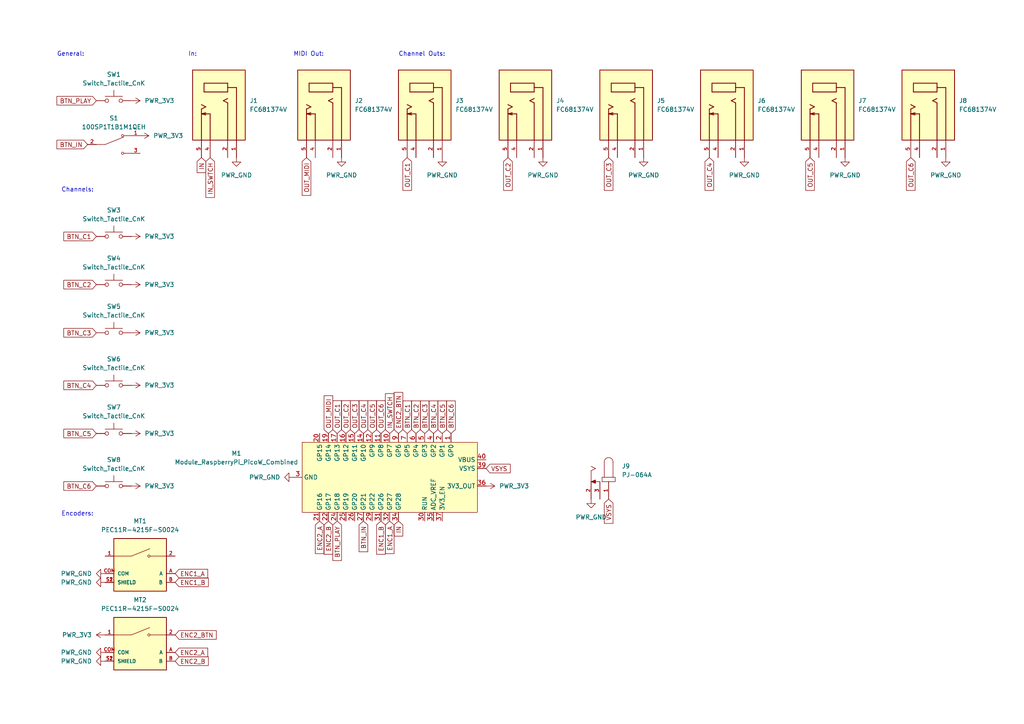
<source format=kicad_sch>
(kicad_sch (version 20230121) (generator eeschema)
  (paper "A4")
  (lib_symbols
    (symbol "100SP1T1B1M1QEH:100SP1T1B1M1QEH" (pin_names (offset 1.016))
      (property "Reference" "S" (at -2.54 5.08 0))
      (property "Value" "100SP1T1B1M1QEH" (at -2.54 -5.08 0))
      (symbol "100SP1T1B1M1QEH_0_0"
        (polyline (pts (xy -2.54 0) (xy -5.08 0)) (stroke (width 0.1524)))
        (polyline (pts (xy -2.54 0) (xy 2.794 2.1336)) (stroke (width 0.1524)))
        (polyline (pts (xy 5.08 -2.54) (xy 2.921 -2.54)) (stroke (width 0.1524)))
        (polyline (pts (xy 5.08 2.54) (xy 2.921 2.54)) (stroke (width 0.1524)))
        (circle (center 2.54 -2.54) (radius 0.3302) (stroke (width 0.1524)))
        (circle (center 2.54 2.54) (radius 0.3302) (stroke (width 0.1524)))
        (pin passive line (at 7.62 2.54 180) (length 2.54) (name "~") (number "1"))
        (pin passive line (at -7.62 0 0) (length 2.54) (name "~") (number "2"))
        (pin passive line (at 7.62 -2.54 180) (length 2.54) (name "~") (number "3"))
      )
    )
    (symbol "FC681374V:FC681374V" (pin_names (offset 1.016))
      (property "Reference" "J" (at -10.16 8.255 0))
      (property "Value" "FC681374V" (at -10.16 -10.16 0))
      (symbol "FC681374V_0_0"
        (rectangle (start -10.16 -7.62) (end 10.16 7.62) (stroke (width 0.254)) (fill (type background)))
        (polyline (pts (xy -6.35 -4.318) (xy -3.81 -4.318)) (stroke (width 0.254)))
        (polyline (pts (xy -6.35 2.54) (xy -6.35 -4.318)) (stroke (width 0.254)))
        (polyline (pts (xy -5.08 2.54) (xy -6.35 2.54)) (stroke (width 0.254)))
        (polyline (pts (xy -5.08 2.54) (xy -5.08 5.08)) (stroke (width 0.254)))
        (polyline (pts (xy -5.08 5.08) (xy 10.16 5.08)) (stroke (width 0.254)))
        (polyline (pts (xy -3.81 -4.318) (xy -3.81 2.54)) (stroke (width 0.254)))
        (polyline (pts (xy -3.81 2.54) (xy -5.08 2.54)) (stroke (width 0.254)))
        (polyline (pts (xy -1.905 2.54) (xy -1.27 1.27)) (stroke (width 0.254)))
        (polyline (pts (xy -1.27 1.27) (xy -0.635 2.54)) (stroke (width 0.254)))
        (polyline (pts (xy -0.635 2.54) (xy 10.16 2.54)) (stroke (width 0.254)))
        (polyline (pts (xy -0.127 -5.08) (xy 0.508 -3.81)) (stroke (width 0.254)))
        (polyline (pts (xy 0.508 -3.81) (xy 1.143 -5.08)) (stroke (width 0.254)))
        (polyline (pts (xy 1.143 -5.08) (xy 2.54 -5.08)) (stroke (width 0.254)))
        (polyline (pts (xy 2.54 -5.08) (xy 2.2225 -3.81)) (stroke (width 0.254)))
        (polyline (pts (xy 2.54 -5.08) (xy 2.8575 -3.81)) (stroke (width 0.254)))
        (polyline (pts (xy 2.54 -5.08) (xy 10.16 -5.08)) (stroke (width 0.254)))
        (polyline (pts (xy 2.54 -2.54) (xy 2.54 -5.08)) (stroke (width 0.254)))
        (polyline (pts (xy 2.54 -2.54) (xy 10.16 -2.54)) (stroke (width 0.254)))
        (pin passive line (at 15.24 5.08 180) (length 5.08) (name "~") (number "1"))
        (pin passive line (at 15.24 2.54 180) (length 5.08) (name "~") (number "2"))
        (pin passive line (at 15.24 -2.54 180) (length 5.08) (name "~") (number "4"))
        (pin passive line (at 15.24 -5.08 180) (length 5.08) (name "~") (number "5"))
      )
    )
    (symbol "PEC11R-4215F-S0024:PEC11R-4215F-S0024" (pin_names (offset 1.016))
      (property "Reference" "MT" (at -7.62 8.89 0))
      (property "Value" "PEC11R-4215F-S0024" (at -7.62 -8.89 0))
      (symbol "PEC11R-4215F-S0024_0_0"
        (rectangle (start -7.62 -7.62) (end 7.62 7.62) (stroke (width 0.254)) (fill (type background)))
        (polyline (pts (xy -2.54 2.54) (xy -7.62 2.54)) (stroke (width 0.1524)))
        (polyline (pts (xy -2.54 2.54) (xy 2.794 4.6736)) (stroke (width 0.1524)))
        (polyline (pts (xy 7.62 2.54) (xy 2.921 2.54)) (stroke (width 0.1524)))
        (circle (center 2.54 2.54) (radius 0.3302) (stroke (width 0.1524)))
        (pin passive line (at -10.16 2.54 0) (length 2.54) (name "~") (number "1"))
        (pin passive line (at 10.16 2.54 180) (length 2.54) (name "~") (number "2"))
        (pin passive line (at 10.16 -2.54 180) (length 2.54) (name "A") (number "A"))
        (pin passive line (at 10.16 -5.08 180) (length 2.54) (name "B") (number "B"))
        (pin passive line (at -10.16 -2.54 0) (length 2.54) (name "COM") (number "COM"))
        (pin passive line (at -10.16 -5.08 0) (length 2.54) (name "SHIELD") (number "S1"))
        (pin passive line (at -10.16 -5.08 0) (length 2.54) (name "SHIELD") (number "S2"))
      )
    )
    (symbol "PJ-064A:PJ-064A" (pin_names (offset 1.016))
      (property "Reference" "J" (at -7.6247 5.0831 0))
      (property "Value" "PJ-064A" (at -7.6292 -5.0861 0))
      (symbol "PJ-064A_0_0"
        (arc (start -5.715 3.81) (mid -6.9795 2.54) (end -5.715 1.27) (stroke (width 0.1524)))
        (polyline (pts (xy -5.715 3.81) (xy -1.27 3.81)) (stroke (width 0.1524)))
        (polyline (pts (xy -3.81 -1.27) (xy -4.445 -2.54)) (stroke (width 0.1524)))
        (polyline (pts (xy -3.175 -2.54) (xy -3.81 -1.27)) (stroke (width 0.1524)))
        (polyline (pts (xy -1.27 0.635) (xy 0 0.635)) (stroke (width 0.1524)))
        (polyline (pts (xy -1.27 1.27) (xy -5.715 1.27)) (stroke (width 0.1524)))
        (polyline (pts (xy -1.27 1.27) (xy -1.27 0.635)) (stroke (width 0.1524)))
        (polyline (pts (xy -1.27 3.81) (xy -1.27 1.27)) (stroke (width 0.1524)))
        (polyline (pts (xy -1.27 4.445) (xy -1.27 3.81)) (stroke (width 0.1524)))
        (polyline (pts (xy 0 -2.54) (xy -3.175 -2.54)) (stroke (width 0.1524)))
        (polyline (pts (xy 0 0) (xy 0 -2.54)) (stroke (width 0.1524)))
        (polyline (pts (xy 0 0.635) (xy 0 4.445)) (stroke (width 0.1524)))
        (polyline (pts (xy 0 4.445) (xy -1.27 4.445)) (stroke (width 0.1524)))
        (polyline (pts (xy 0 -2.54) (xy -0.508 -1.27) (xy 0.508 -1.27) (xy 0 -2.54)) (stroke (width 0.1524)) (fill (type outline)))
        (pin passive line (at 5.08 2.54 180) (length 5.08) (name "~") (number "1"))
        (pin passive line (at 5.08 -2.54 180) (length 5.08) (name "~") (number "2"))
        (pin passive line (at 5.08 0 180) (length 5.08) (name "~") (number "3"))
      )
    )
    (symbol "fab:Module_RaspberryPi_PicoW_Combined"
      (property "Reference" "M" (at 0 0 0))
      (property "Value" "Module_RaspberryPi_PicoW_Combined" (at 0 0 0))
      (symbol "Module_RaspberryPi_PicoW_Combined_1_1"
        (rectangle (start -10.16 25.4) (end 10.16 -25.4) (fill (type background)))
        (pin bidirectional line (at -12.7 17.78 0) (length 2.54) (name "GP0") (number "1"))
        (pin bidirectional line (at -12.7 0 0) (length 2.54) (name "GP7") (number "10"))
        (pin bidirectional line (at -12.7 -2.54 0) (length 2.54) (name "GP8") (number "11"))
        (pin bidirectional line (at -12.7 -5.08 0) (length 2.54) (name "GP9") (number "12"))
        (pin passive line (at 0 -27.94 90) (length 2.54) hide (name "GND") (number "13"))
        (pin bidirectional line (at -12.7 -7.62 0) (length 2.54) (name "GP10") (number "14"))
        (pin bidirectional line (at -12.7 -10.16 0) (length 2.54) (name "GP11") (number "15"))
        (pin bidirectional line (at -12.7 -12.7 0) (length 2.54) (name "GP12") (number "16"))
        (pin bidirectional line (at -12.7 -15.24 0) (length 2.54) (name "GP13") (number "17"))
        (pin passive line (at 0 -27.94 90) (length 2.54) hide (name "GND") (number "18"))
        (pin bidirectional line (at -12.7 -17.78 0) (length 2.54) (name "GP14") (number "19"))
        (pin bidirectional line (at -12.7 15.24 0) (length 2.54) (name "GP1") (number "2"))
        (pin bidirectional line (at -12.7 -20.32 0) (length 2.54) (name "GP15") (number "20"))
        (pin bidirectional line (at 12.7 -20.32 180) (length 2.54) (name "GP16") (number "21"))
        (pin bidirectional line (at 12.7 -17.78 180) (length 2.54) (name "GP17") (number "22"))
        (pin passive line (at 0 -27.94 90) (length 2.54) hide (name "GND") (number "23"))
        (pin bidirectional line (at 12.7 -15.24 180) (length 2.54) (name "GP18") (number "24"))
        (pin bidirectional line (at 12.7 -12.7 180) (length 2.54) (name "GP19") (number "25"))
        (pin bidirectional line (at 12.7 -10.16 180) (length 2.54) (name "GP20") (number "26"))
        (pin bidirectional line (at 12.7 -7.62 180) (length 2.54) (name "GP21") (number "27"))
        (pin passive line (at 0 -27.94 90) (length 2.54) hide (name "GND") (number "28"))
        (pin bidirectional line (at 12.7 -5.08 180) (length 2.54) (name "GP22") (number "29"))
        (pin power_in line (at 0 -27.94 90) (length 2.54) (name "GND") (number "3"))
        (pin input line (at 12.7 10.16 180) (length 2.54) (name "RUN") (number "30"))
        (pin bidirectional line (at 12.7 -2.54 180) (length 2.54) (name "GP26") (number "31"))
        (pin bidirectional line (at 12.7 0 180) (length 2.54) (name "GP27") (number "32"))
        (pin passive line (at 0 -27.94 90) (length 2.54) hide (name "GND") (number "33"))
        (pin bidirectional line (at 12.7 2.54 180) (length 2.54) (name "GP28") (number "34"))
        (pin input line (at 12.7 12.7 180) (length 2.54) (name "ADC_VREF") (number "35"))
        (pin power_in line (at 2.54 27.94 270) (length 2.54) (name "3V3_OUT") (number "36"))
        (pin input line (at 12.7 15.24 180) (length 2.54) (name "3V3_EN") (number "37"))
        (pin passive line (at 0 -27.94 90) (length 2.54) hide (name "GND") (number "38"))
        (pin power_in line (at -2.54 27.94 270) (length 2.54) (name "VSYS") (number "39"))
        (pin bidirectional line (at -12.7 12.7 0) (length 2.54) (name "GP2") (number "4"))
        (pin power_in line (at -5.08 27.94 270) (length 2.54) (name "VBUS") (number "40"))
        (pin bidirectional line (at -12.7 10.16 0) (length 2.54) (name "GP3") (number "5"))
        (pin bidirectional line (at -12.7 7.62 0) (length 2.54) (name "GP4") (number "6"))
        (pin bidirectional line (at -12.7 5.08 0) (length 2.54) (name "GP5") (number "7"))
        (pin passive line (at 0 -27.94 90) (length 2.54) hide (name "GND") (number "8"))
        (pin bidirectional line (at -12.7 2.54 0) (length 2.54) (name "GP6") (number "9"))
      )
    )
    (symbol "fab:PWR_3V3" (power) (pin_names (offset 0))
      (property "Value" "PWR_3V3" (at 0 3.556 0))
      (symbol "PWR_3V3_0_1"
        (polyline (pts (xy -0.762 1.27) (xy 0 2.54)))
        (polyline (pts (xy 0 0) (xy 0 2.54)))
        (polyline (pts (xy 0 2.54) (xy 0.762 1.27)))
      )
      (symbol "PWR_3V3_1_1"
        (pin power_in line (at 0 0 90) (length 0) hide (name "PWR_3V3") (number "1"))
      )
    )
    (symbol "fab:PWR_GND" (power) (pin_names (offset 0))
      (property "Value" "PWR_GND" (at 0 -3.81 0))
      (symbol "PWR_GND_0_1"
        (polyline (pts (xy 0 0) (xy 0 -1.27) (xy 1.27 -1.27) (xy 0 -2.54) (xy -1.27 -1.27) (xy 0 -1.27)))
      )
      (symbol "PWR_GND_1_1"
        (pin power_in line (at 0 0 270) (length 0) hide (name "PWR_GND") (number "1"))
      )
    )
    (symbol "fab:Switch_Tactile_CnK" (pin_numbers hide) (pin_names (offset 1.016) hide)
      (property "Reference" "SW" (at 1.27 3.81 0))
      (property "Value" "Switch_Tactile_CnK" (at 0 0 0))
      (symbol "Switch_Tactile_CnK_0_1"
        (circle (center -2.032 0) (radius 0.508))
        (polyline (pts (xy 0 1.27) (xy 0 3.048)))
        (polyline (pts (xy 2.54 1.27) (xy -2.54 1.27)))
        (circle (center 2.032 0) (radius 0.508))
        (pin passive line (at -5.08 0 0) (length 2.54) (name "1") (number "1"))
        (pin passive line (at 5.08 0 180) (length 2.54) (name "2") (number "2"))
      )
    )
  )
  (text "General:" (at 16.51 16.51 0) (effects (font (size 1.27 1.27)) (justify left bottom)))
  (text "In:" (at 54.61 16.51 0) (effects (font (size 1.27 1.27)) (justify left bottom)))
  (text "MIDI Out:" (at 85.09 16.51 0) (effects (font (size 1.27 1.27)) (justify left bottom)))
  (text "Channel Outs:" (at 115.57 16.51 0) (effects (font (size 1.27 1.27)) (justify left bottom)))
  (text "Encoders:" (at 17.78 149.86 0) (effects (font (size 1.27 1.27)) (justify left bottom)))
  (text "Channels:" (at 17.78 55.88 0) (effects (font (size 1.27 1.27)) (justify left bottom)))
  (global_label "ENC2_A" (shape input) (at 50.8 189.23 0) (property "Intersheetrefs" "${INTERSHEET_REFS}" (effects hide)))
  (global_label "ENC1_B" (shape input) (at 50.8 168.91 0) (property "Intersheetrefs" "${INTERSHEET_REFS}" (effects hide)))
  (global_label "OUT_MIDI" (shape input) (at 88.9 45.72 270) (property "Intersheetrefs" "${INTERSHEET_REFS}" (effects hide)))
  (global_label "OUT_C3" (shape input) (at 176.53 45.72 270) (property "Intersheetrefs" "${INTERSHEET_REFS}" (effects hide)))
  (global_label "BTN_PLAY" (shape input) (at 97.79 151.13 270) (property "Intersheetrefs" "${INTERSHEET_REFS}" (effects hide)))
  (global_label "ENC1_A" (shape input) (at 113.03 151.13 270) (property "Intersheetrefs" "${INTERSHEET_REFS}" (effects hide)))
  (global_label "BTN_C5" (shape input) (at 128.27 125.73 90) (property "Intersheetrefs" "${INTERSHEET_REFS}" (effects hide)))
  (global_label "OUT_C2" (shape input) (at 100.33 125.73 90) (property "Intersheetrefs" "${INTERSHEET_REFS}" (effects hide)))
  (global_label "BTN_C2" (shape input) (at 120.65 125.73 90) (property "Intersheetrefs" "${INTERSHEET_REFS}" (effects hide)))
  (global_label "ENC1_A" (shape input) (at 50.8 166.37 0) (property "Intersheetrefs" "${INTERSHEET_REFS}" (effects hide)))
  (global_label "BTN_C5" (shape input) (at 27.94 125.73 180) (property "Intersheetrefs" "${INTERSHEET_REFS}" (effects hide)))
  (global_label "OUT_C1" (shape input) (at 97.79 125.73 90) (property "Intersheetrefs" "${INTERSHEET_REFS}" (effects hide)))
  (global_label "BTN_IN" (shape input) (at 25.4 41.91 180) (property "Intersheetrefs" "${INTERSHEET_REFS}" (effects hide)))
  (global_label "BTN_C1" (shape input) (at 27.94 68.58 180) (property "Intersheetrefs" "${INTERSHEET_REFS}" (effects hide)))
  (global_label "OUT_C4" (shape input) (at 105.41 125.73 90) (property "Intersheetrefs" "${INTERSHEET_REFS}" (effects hide)))
  (global_label "BTN_PLAY" (shape input) (at 27.94 29.21 180) (property "Intersheetrefs" "${INTERSHEET_REFS}" (effects hide)))
  (global_label "BTN_IN" (shape input) (at 105.41 151.13 270) (property "Intersheetrefs" "${INTERSHEET_REFS}" (effects hide)))
  (global_label "BTN_C3" (shape input) (at 27.94 96.52 180) (property "Intersheetrefs" "${INTERSHEET_REFS}" (effects hide)))
  (global_label "OUT_C5" (shape input) (at 107.95 125.73 90) (property "Intersheetrefs" "${INTERSHEET_REFS}" (effects hide)))
  (global_label "VSYS" (shape input) (at 176.53 144.78 270) (property "Intersheetrefs" "${INTERSHEET_REFS}" (effects hide)))
  (global_label "OUT_C1" (shape input) (at 118.11 45.72 270) (property "Intersheetrefs" "${INTERSHEET_REFS}" (effects hide)))
  (global_label "BTN_C3" (shape input) (at 123.19 125.73 90) (property "Intersheetrefs" "${INTERSHEET_REFS}" (effects hide)))
  (global_label "ENC2_A" (shape input) (at 92.71 151.13 270) (property "Intersheetrefs" "${INTERSHEET_REFS}" (effects hide)))
  (global_label "OUT_C6" (shape input) (at 264.16 45.72 270) (property "Intersheetrefs" "${INTERSHEET_REFS}" (effects hide)))
  (global_label "BTN_C6" (shape input) (at 27.94 140.97 180) (property "Intersheetrefs" "${INTERSHEET_REFS}" (effects hide)))
  (global_label "OUT_C5" (shape input) (at 234.95 45.72 270) (property "Intersheetrefs" "${INTERSHEET_REFS}" (effects hide)))
  (global_label "OUT_C6" (shape input) (at 110.49 125.73 90) (property "Intersheetrefs" "${INTERSHEET_REFS}" (effects hide)))
  (global_label "ENC2_B" (shape input) (at 95.25 151.13 270) (property "Intersheetrefs" "${INTERSHEET_REFS}" (effects hide)))
  (global_label "BTN_C4" (shape input) (at 125.73 125.73 90) (property "Intersheetrefs" "${INTERSHEET_REFS}" (effects hide)))
  (global_label "ENC2_BTN" (shape input) (at 115.57 125.73 90) (property "Intersheetrefs" "${INTERSHEET_REFS}" (effects hide)))
  (global_label "IN_SWTCH" (shape input) (at 113.03 125.73 90) (property "Intersheetrefs" "${INTERSHEET_REFS}" (effects hide)))
  (global_label "BTN_C2" (shape input) (at 27.94 82.55 180) (property "Intersheetrefs" "${INTERSHEET_REFS}" (effects hide)))
  (global_label "ENC2_BTN" (shape input) (at 50.8 184.15 0) (property "Intersheetrefs" "${INTERSHEET_REFS}" (effects hide)))
  (global_label "OUT_C2" (shape input) (at 147.32 45.72 270) (property "Intersheetrefs" "${INTERSHEET_REFS}" (effects hide)))
  (global_label "BTN_C6" (shape input) (at 130.81 125.73 90) (property "Intersheetrefs" "${INTERSHEET_REFS}" (effects hide)))
  (global_label "BTN_C1" (shape input) (at 118.11 125.73 90) (property "Intersheetrefs" "${INTERSHEET_REFS}" (effects hide)))
  (global_label "ENC2_B" (shape input) (at 50.8 191.77 0) (property "Intersheetrefs" "${INTERSHEET_REFS}" (effects hide)))
  (global_label "OUT_C4" (shape input) (at 205.74 45.72 270) (property "Intersheetrefs" "${INTERSHEET_REFS}" (effects hide)))
  (global_label "OUT_MIDI" (shape input) (at 95.25 125.73 90) (property "Intersheetrefs" "${INTERSHEET_REFS}" (effects hide)))
  (global_label "BTN_C4" (shape input) (at 27.94 111.76 180) (property "Intersheetrefs" "${INTERSHEET_REFS}" (effects hide)))
  (global_label "IN" (shape input) (at 58.42 45.72 270) (property "Intersheetrefs" "${INTERSHEET_REFS}" (effects hide)))
  (global_label "OUT_C3" (shape input) (at 102.87 125.73 90) (property "Intersheetrefs" "${INTERSHEET_REFS}" (effects hide)))
  (global_label "VSYS" (shape input) (at 140.97 135.89 0) (property "Intersheetrefs" "${INTERSHEET_REFS}" (effects hide)))
  (global_label "IN" (shape input) (at 115.57 151.13 270) (property "Intersheetrefs" "${INTERSHEET_REFS}" (effects hide)))
  (global_label "IN_SWTCH" (shape input) (at 60.96 45.72 270) (property "Intersheetrefs" "${INTERSHEET_REFS}" (effects hide)))
  (global_label "ENC1_B" (shape input) (at 110.49 151.13 270) (property "Intersheetrefs" "${INTERSHEET_REFS}" (effects hide)))
  (symbol (lib_id "fab:PWR_GND") (at 99.06 45.72 0) (unit 1)
    (property "Reference" "#PWR07" (effects hide))
    (property "Value" "PWR_GND" (at 99.06 50.8 0))
  )
  (symbol (lib_id "FC681374V:FC681374V") (at 181.61 30.48 270) (unit 1)
    (property "Reference" "J5" (at 190.5 29.21 90) (effects (justify left)))
    (property "Value" "FC681374V" (at 190.5 31.75 90) (effects (justify left)))
    (property "Footprint" "FC681374V:CLIFF_FC681374V" (effects hide))
    (property "MF" "Cliff" (effects hide))
    (property "Description" "\nFlush-mounted stereo jack socket 3.5 mm [Cliff] FC681374V Flush-mounted stereo jack socket 3.5 mm\n" (effects hide))
    (property "Package" "None" (effects hide))
    (property "Price" "None" (effects hide))
    (property "Check_prices" "https://www.snapeda.com/parts/FC681374V/Cliff+Electronics/view-part/?ref=eda" (effects hide))
    (property "STANDARD" "Manufacturer recommendations" (effects hide))
    (property "SnapEDA_Link" "https://www.snapeda.com/parts/FC681374V/Cliff+Electronics/view-part/?ref=snap" (effects hide))
    (property "MP" "FC681374V" (effects hide))
    (property "Availability" "In Stock" (effects hide))
    (property "MANUFACTURER" "Cliff" (effects hide))
  )
  (symbol (lib_id "fab:PWR_GND") (at 30.48 168.91 270) (unit 1)
    (property "Reference" "#PWR023" (effects hide))
    (property "Value" "PWR_GND" (at 26.67 168.91 90) (effects (justify right)))
  )
  (symbol (lib_id "fab:PWR_GND") (at 128.27 45.72 0) (unit 1)
    (property "Reference" "#PWR09" (effects hide))
    (property "Value" "PWR_GND" (at 128.27 50.8 0))
  )
  (symbol (lib_id "fab:PWR_3V3") (at 38.1 125.73 270) (unit 1)
    (property "Reference" "#PWR014" (effects hide))
    (property "Value" "PWR_3V3" (at 41.91 125.73 90) (effects (justify left)))
  )
  (symbol (lib_id "fab:PWR_3V3") (at 38.1 82.55 270) (unit 1)
    (property "Reference" "#PWR08" (effects hide))
    (property "Value" "PWR_3V3" (at 41.91 82.55 90) (effects (justify left)))
  )
  (symbol (lib_id "FC681374V:FC681374V") (at 269.24 30.48 270) (unit 1)
    (property "Reference" "J8" (at 278.13 29.21 90) (effects (justify left)))
    (property "Value" "FC681374V" (at 278.13 31.75 90) (effects (justify left)))
    (property "Footprint" "FC681374V:CLIFF_FC681374V" (effects hide))
    (property "MF" "Cliff" (effects hide))
    (property "Description" "\nFlush-mounted stereo jack socket 3.5 mm [Cliff] FC681374V Flush-mounted stereo jack socket 3.5 mm\n" (effects hide))
    (property "Package" "None" (effects hide))
    (property "Price" "None" (effects hide))
    (property "Check_prices" "https://www.snapeda.com/parts/FC681374V/Cliff+Electronics/view-part/?ref=eda" (effects hide))
    (property "STANDARD" "Manufacturer recommendations" (effects hide))
    (property "SnapEDA_Link" "https://www.snapeda.com/parts/FC681374V/Cliff+Electronics/view-part/?ref=snap" (effects hide))
    (property "MP" "FC681374V" (effects hide))
    (property "Availability" "In Stock" (effects hide))
    (property "MANUFACTURER" "Cliff" (effects hide))
  )
  (symbol (lib_id "FC681374V:FC681374V") (at 240.03 30.48 270) (unit 1)
    (property "Reference" "J7" (at 248.92 29.21 90) (effects (justify left)))
    (property "Value" "FC681374V" (at 248.92 31.75 90) (effects (justify left)))
    (property "Footprint" "FC681374V:CLIFF_FC681374V" (effects hide))
    (property "MF" "Cliff" (effects hide))
    (property "Description" "\nFlush-mounted stereo jack socket 3.5 mm [Cliff] FC681374V Flush-mounted stereo jack socket 3.5 mm\n" (effects hide))
    (property "Package" "None" (effects hide))
    (property "Price" "None" (effects hide))
    (property "Check_prices" "https://www.snapeda.com/parts/FC681374V/Cliff+Electronics/view-part/?ref=eda" (effects hide))
    (property "STANDARD" "Manufacturer recommendations" (effects hide))
    (property "SnapEDA_Link" "https://www.snapeda.com/parts/FC681374V/Cliff+Electronics/view-part/?ref=snap" (effects hide))
    (property "MP" "FC681374V" (effects hide))
    (property "Availability" "In Stock" (effects hide))
    (property "MANUFACTURER" "Cliff" (effects hide))
  )
  (symbol (lib_id "PJ-064A:PJ-064A") (at 173.99 139.7 270) (unit 1)
    (property "Reference" "J9" (at 180.34 135.1942 90) (effects (justify left)))
    (property "Value" "PJ-064A" (at 180.34 137.7342 90) (effects (justify left)))
    (property "Footprint" "PJ-064A:CUI_PJ-064A" (effects hide))
    (property "MF" "CUI Devices" (effects hide))
    (property "Description" "2.0 x 5.7 mm, 5.0 A, Vertical, Panel Mount, PC Pins, Dc Power Jack Connector" (effects hide))
    (property "Package" "None" (effects hide))
    (property "Price" "None" (effects hide))
    (property "Check_prices" "https://www.snapeda.com/parts/PJ-064A/CUI+Devices/view-part/?ref=eda" (effects hide))
    (property "STANDARD" "Manufacturer recommendations" (effects hide))
    (property "PARTREV" "1.02" (effects hide))
    (property "SnapEDA_Link" "https://www.snapeda.com/parts/PJ-064A/CUI+Devices/view-part/?ref=snap" (effects hide))
    (property "MP" "PJ-064A" (effects hide))
    (property "Purchase-URL" "https://www.snapeda.com/api/url_track_click_mouser/?unipart_id=1536481&manufacturer=CUI Devices&part_name=PJ-064A&search_term=pj-064a" (effects hide))
    (property "CUI_purchase_URL" "https://www.cuidevices.com/product/interconnect/connectors/dc-power-connectors/jacks/pj-064a?utm_source=snapeda.com&utm_medium=referral&utm_campaign=snapedaBOM" (effects hide))
    (property "Availability" "In Stock" (effects hide))
    (property "MANUFACTURER" "CUI INC" (effects hide))
  )
  (symbol (lib_id "fab:Switch_Tactile_CnK") (at 33.02 82.55 0) (unit 1)
    (property "Reference" "SW4" (at 33.02 74.93 0))
    (property "Value" "Switch_Tactile_CnK" (at 33.02 77.47 0))
    (property "Footprint" "digikey-footprints:MX1A-11NW" (effects hide))
    (property "Datasheet" "https://www.ckswitches.com/media/2779/pts636.pdf" (effects hide))
  )
  (symbol (lib_id "fab:PWR_3V3") (at 38.1 68.58 270) (unit 1)
    (property "Reference" "#PWR06" (effects hide))
    (property "Value" "PWR_3V3" (at 41.91 68.58 90) (effects (justify left)))
  )
  (symbol (lib_id "PEC11R-4215F-S0024:PEC11R-4215F-S0024") (at 40.64 163.83 0) (unit 1)
    (property "Reference" "MT1" (at 40.64 151.13 0))
    (property "Value" "PEC11R-4215F-S0024" (at 40.64 153.67 0))
    (property "Footprint" "PEC11R-4215F-S0024:XDCR_PEC11R-4215F-S0024" (effects hide))
    (property "MF" "Bourns" (effects hide))
    (property "MAXIMUM_PACKAGE_HEIGHT" "21.5 mm" (effects hide))
    (property "Package" "None" (effects hide))
    (property "Price" "None" (effects hide))
    (property "Check_prices" "https://www.snapeda.com/parts/PEC11R-4215F-S0024/Bourns/view-part/?ref=eda" (effects hide))
    (property "STANDARD" "Manufacturer Recommendations" (effects hide))
    (property "PARTREV" "Rev. 09/19" (effects hide))
    (property "SnapEDA_Link" "https://www.snapeda.com/parts/PEC11R-4215F-S0024/Bourns/view-part/?ref=snap" (effects hide))
    (property "MP" "PEC11R-4215F-S0024" (effects hide))
    (property "Purchase-URL" "https://www.snapeda.com/api/url_track_click_mouser/?unipart_id=428605&manufacturer=Bourns&part_name=PEC11R-4215F-S0024&search_term=pec11r" (effects hide))
    (property "Description" "\nEncoder,Rotary,24 Detents,15 mm, Shaft,Switch | Bourns PEC11R-4215F-S0024\n" (effects hide))
    (property "Availability" "In Stock" (effects hide))
    (property "MANUFACTURER" "J.W.Miller/Bourns" (effects hide))
  )
  (symbol (lib_id "FC681374V:FC681374V") (at 210.82 30.48 270) (unit 1)
    (property "Reference" "J6" (at 219.71 29.21 90) (effects (justify left)))
    (property "Value" "FC681374V" (at 219.71 31.75 90) (effects (justify left)))
    (property "Footprint" "FC681374V:CLIFF_FC681374V" (effects hide))
    (property "MF" "Cliff" (effects hide))
    (property "Description" "\nFlush-mounted stereo jack socket 3.5 mm [Cliff] FC681374V Flush-mounted stereo jack socket 3.5 mm\n" (effects hide))
    (property "Package" "None" (effects hide))
    (property "Price" "None" (effects hide))
    (property "Check_prices" "https://www.snapeda.com/parts/FC681374V/Cliff+Electronics/view-part/?ref=eda" (effects hide))
    (property "STANDARD" "Manufacturer recommendations" (effects hide))
    (property "SnapEDA_Link" "https://www.snapeda.com/parts/FC681374V/Cliff+Electronics/view-part/?ref=snap" (effects hide))
    (property "MP" "FC681374V" (effects hide))
    (property "Availability" "In Stock" (effects hide))
    (property "MANUFACTURER" "Cliff" (effects hide))
  )
  (symbol (lib_id "fab:Switch_Tactile_CnK") (at 33.02 125.73 0) (unit 1)
    (property "Reference" "SW7" (at 33.02 118.11 0))
    (property "Value" "Switch_Tactile_CnK" (at 33.02 120.65 0))
    (property "Footprint" "digikey-footprints:MX1A-11NW" (effects hide))
    (property "Datasheet" "https://www.ckswitches.com/media/2779/pts636.pdf" (effects hide))
  )
  (symbol (lib_id "fab:PWR_GND") (at 274.32 45.72 0) (unit 1)
    (property "Reference" "#PWR019" (effects hide))
    (property "Value" "PWR_GND" (at 274.32 50.8 0))
  )
  (symbol (lib_id "FC681374V:FC681374V") (at 63.5 30.48 270) (unit 1)
    (property "Reference" "J1" (at 72.39 29.21 90) (effects (justify left)))
    (property "Value" "FC681374V" (at 72.39 31.75 90) (effects (justify left)))
    (property "Footprint" "FC681374V:CLIFF_FC681374V" (effects hide))
    (property "MF" "Cliff" (effects hide))
    (property "Description" "\nFlush-mounted stereo jack socket 3.5 mm [Cliff] FC681374V Flush-mounted stereo jack socket 3.5 mm\n" (effects hide))
    (property "Package" "None" (effects hide))
    (property "Price" "None" (effects hide))
    (property "Check_prices" "https://www.snapeda.com/parts/FC681374V/Cliff+Electronics/view-part/?ref=eda" (effects hide))
    (property "STANDARD" "Manufacturer recommendations" (effects hide))
    (property "SnapEDA_Link" "https://www.snapeda.com/parts/FC681374V/Cliff+Electronics/view-part/?ref=snap" (effects hide))
    (property "MP" "FC681374V" (effects hide))
    (property "Availability" "In Stock" (effects hide))
    (property "MANUFACTURER" "Cliff" (effects hide))
  )
  (symbol (lib_id "FC681374V:FC681374V") (at 93.98 30.48 270) (unit 1)
    (property "Reference" "J2" (at 102.87 29.21 90) (effects (justify left)))
    (property "Value" "FC681374V" (at 102.87 31.75 90) (effects (justify left)))
    (property "Footprint" "FC681374V:CLIFF_FC681374V" (effects hide))
    (property "MF" "Cliff" (effects hide))
    (property "Description" "\nFlush-mounted stereo jack socket 3.5 mm [Cliff] FC681374V Flush-mounted stereo jack socket 3.5 mm\n" (effects hide))
    (property "Package" "None" (effects hide))
    (property "Price" "None" (effects hide))
    (property "Check_prices" "https://www.snapeda.com/parts/FC681374V/Cliff+Electronics/view-part/?ref=eda" (effects hide))
    (property "STANDARD" "Manufacturer recommendations" (effects hide))
    (property "SnapEDA_Link" "https://www.snapeda.com/parts/FC681374V/Cliff+Electronics/view-part/?ref=snap" (effects hide))
    (property "MP" "FC681374V" (effects hide))
    (property "Availability" "In Stock" (effects hide))
    (property "MANUFACTURER" "Cliff" (effects hide))
  )
  (symbol (lib_id "fab:PWR_GND") (at 186.69 45.72 0) (unit 1)
    (property "Reference" "#PWR013" (effects hide))
    (property "Value" "PWR_GND" (at 186.69 50.8 0))
  )
  (symbol (lib_id "fab:PWR_GND") (at 68.58 45.72 0) (unit 1)
    (property "Reference" "#PWR01" (effects hide))
    (property "Value" "PWR_GND" (at 68.58 50.8 0))
  )
  (symbol (lib_id "fab:Module_RaspberryPi_PicoW_Combined") (at 113.03 138.43 270) (unit 1)
    (property "Reference" "M1" (at 68.58 131.5019 90))
    (property "Value" "Module_RaspberryPi_PicoW_Combined" (at 68.58 134.0419 90))
    (property "Footprint" "fab:RaspberryPi_PicoW_Combined" (effects hide))
    (property "Datasheet" "https://datasheets.raspberrypi.com/picow/pico-w-datasheet.pdf" (effects hide))
  )
  (symbol (lib_id "fab:PWR_3V3") (at 30.48 184.15 90) (unit 1)
    (property "Reference" "#PWR022" (effects hide))
    (property "Value" "PWR_3V3" (at 26.67 184.15 90) (effects (justify left)))
  )
  (symbol (lib_id "fab:PWR_GND") (at 215.9 45.72 0) (unit 1)
    (property "Reference" "#PWR015" (effects hide))
    (property "Value" "PWR_GND" (at 215.9 50.8 0))
  )
  (symbol (lib_id "fab:Switch_Tactile_CnK") (at 33.02 29.21 0) (unit 1)
    (property "Reference" "SW1" (at 33.02 21.59 0))
    (property "Value" "Switch_Tactile_CnK" (at 33.02 24.13 0))
    (property "Footprint" "digikey-footprints:MX1A-11NW" (effects hide))
    (property "Datasheet" "https://www.ckswitches.com/media/2779/pts636.pdf" (effects hide))
  )
  (symbol (lib_id "fab:PWR_GND") (at 30.48 191.77 270) (unit 1)
    (property "Reference" "#PWR017" (effects hide))
    (property "Value" "PWR_GND" (at 26.67 191.77 90) (effects (justify right)))
  )
  (symbol (lib_id "fab:Switch_Tactile_CnK") (at 33.02 96.52 0) (unit 1)
    (property "Reference" "SW5" (at 33.02 88.9 0))
    (property "Value" "Switch_Tactile_CnK" (at 33.02 91.44 0))
    (property "Footprint" "digikey-footprints:MX1A-11NW" (effects hide))
    (property "Datasheet" "https://www.ckswitches.com/media/2779/pts636.pdf" (effects hide))
  )
  (symbol (lib_id "100SP1T1B1M1QEH:100SP1T1B1M1QEH") (at 33.02 41.91 0) (unit 1)
    (property "Reference" "S1" (at 33.02 34.29 0))
    (property "Value" "100SP1T1B1M1QEH" (at 33.02 36.83 0))
    (property "Footprint" "100SP1T1B1M1QEH:SW_100SP1T1B1M1QEH" (effects hide))
    (property "MF" "E-Switch" (effects hide))
    (property "MAXIMUM_PACKAGE_HEIGHT" "30.21 mm" (effects hide))
    (property "Package" "None" (effects hide))
    (property "Price" "None" (effects hide))
    (property "Check_prices" "https://www.snapeda.com/parts/100SP1T1B1M1QEH/E-Switch/view-part/?ref=eda" (effects hide))
    (property "STANDARD" "IPC 7351B" (effects hide))
    (property "PARTREV" "D" (effects hide))
    (property "SnapEDA_Link" "https://www.snapeda.com/parts/100SP1T1B1M1QEH/E-Switch/view-part/?ref=snap" (effects hide))
    (property "MP" "100SP1T1B1M1QEH" (effects hide))
    (property "Purchase-URL" "https://www.snapeda.com/api/url_track_click_mouser/?unipart_id=423929&manufacturer=E-Switch&part_name=100SP1T1B1M1QEH&search_term=100sp1" (effects hide))
    (property "Description" "\nToggle Switch, 100 Series, SPDT, ON-NONE-ON, Sealed, 5A, 120VAC, 28VDC, Solder | E-Switch 100SP1T1B1M1QEH\n" (effects hide))
    (property "Availability" "In Stock" (effects hide))
    (property "MANUFACTURER" "E-switch" (effects hide))
  )
  (symbol (lib_id "fab:PWR_GND") (at 157.48 45.72 0) (unit 1)
    (property "Reference" "#PWR011" (effects hide))
    (property "Value" "PWR_GND" (at 157.48 50.8 0))
  )
  (symbol (lib_id "fab:Switch_Tactile_CnK") (at 33.02 140.97 0) (unit 1)
    (property "Reference" "SW8" (at 33.02 133.35 0))
    (property "Value" "Switch_Tactile_CnK" (at 33.02 135.89 0))
    (property "Footprint" "digikey-footprints:MX1A-11NW" (effects hide))
    (property "Datasheet" "https://www.ckswitches.com/media/2779/pts636.pdf" (effects hide))
  )
  (symbol (lib_id "fab:PWR_3V3") (at 38.1 111.76 270) (unit 1)
    (property "Reference" "#PWR012" (effects hide))
    (property "Value" "PWR_3V3" (at 41.91 111.76 90) (effects (justify left)))
  )
  (symbol (lib_id "fab:PWR_3V3") (at 140.97 140.97 270) (unit 1)
    (property "Reference" "#PWR04" (effects hide))
    (property "Value" "PWR_3V3" (at 144.78 140.97 90) (effects (justify left)))
  )
  (symbol (lib_id "fab:PWR_GND") (at 171.45 144.78 0) (unit 1)
    (property "Reference" "#PWR05" (effects hide))
    (property "Value" "PWR_GND" (at 171.45 149.9976 0))
  )
  (symbol (lib_id "fab:PWR_3V3") (at 38.1 29.21 270) (unit 1)
    (property "Reference" "#PWR02" (effects hide))
    (property "Value" "PWR_3V3" (at 41.91 29.21 90) (effects (justify left)))
  )
  (symbol (lib_id "fab:Switch_Tactile_CnK") (at 33.02 111.76 0) (unit 1)
    (property "Reference" "SW6" (at 33.02 104.14 0))
    (property "Value" "Switch_Tactile_CnK" (at 33.02 106.68 0))
    (property "Footprint" "digikey-footprints:MX1A-11NW" (effects hide))
    (property "Datasheet" "https://www.ckswitches.com/media/2779/pts636.pdf" (effects hide))
  )
  (symbol (lib_id "fab:PWR_GND") (at 30.48 189.23 270) (unit 1)
    (property "Reference" "#PWR021" (effects hide))
    (property "Value" "PWR_GND" (at 26.67 189.23 90) (effects (justify right)))
  )
  (symbol (lib_id "FC681374V:FC681374V") (at 123.19 30.48 270) (unit 1)
    (property "Reference" "J3" (at 132.08 29.21 90) (effects (justify left)))
    (property "Value" "FC681374V" (at 132.08 31.75 90) (effects (justify left)))
    (property "Footprint" "FC681374V:CLIFF_FC681374V" (effects hide))
    (property "MF" "Cliff" (effects hide))
    (property "Description" "\nFlush-mounted stereo jack socket 3.5 mm [Cliff] FC681374V Flush-mounted stereo jack socket 3.5 mm\n" (effects hide))
    (property "Package" "None" (effects hide))
    (property "Price" "None" (effects hide))
    (property "Check_prices" "https://www.snapeda.com/parts/FC681374V/Cliff+Electronics/view-part/?ref=eda" (effects hide))
    (property "STANDARD" "Manufacturer recommendations" (effects hide))
    (property "SnapEDA_Link" "https://www.snapeda.com/parts/FC681374V/Cliff+Electronics/view-part/?ref=snap" (effects hide))
    (property "MP" "FC681374V" (effects hide))
    (property "Availability" "In Stock" (effects hide))
    (property "MANUFACTURER" "Cliff" (effects hide))
  )
  (symbol (lib_id "fab:PWR_GND") (at 30.48 166.37 270) (unit 1)
    (property "Reference" "#PWR020" (effects hide))
    (property "Value" "PWR_GND" (at 26.67 166.37 90) (effects (justify right)))
  )
  (symbol (lib_id "PEC11R-4215F-S0024:PEC11R-4215F-S0024") (at 40.64 186.69 0) (unit 1)
    (property "Reference" "MT2" (at 40.64 173.99 0))
    (property "Value" "PEC11R-4215F-S0024" (at 40.64 176.53 0))
    (property "Footprint" "PEC11R-4215F-S0024:XDCR_PEC11R-4215F-S0024" (effects hide))
    (property "MF" "Bourns" (effects hide))
    (property "MAXIMUM_PACKAGE_HEIGHT" "21.5 mm" (effects hide))
    (property "Package" "None" (effects hide))
    (property "Price" "None" (effects hide))
    (property "Check_prices" "https://www.snapeda.com/parts/PEC11R-4215F-S0024/Bourns/view-part/?ref=eda" (effects hide))
    (property "STANDARD" "Manufacturer Recommendations" (effects hide))
    (property "PARTREV" "Rev. 09/19" (effects hide))
    (property "SnapEDA_Link" "https://www.snapeda.com/parts/PEC11R-4215F-S0024/Bourns/view-part/?ref=snap" (effects hide))
    (property "MP" "PEC11R-4215F-S0024" (effects hide))
    (property "Purchase-URL" "https://www.snapeda.com/api/url_track_click_mouser/?unipart_id=428605&manufacturer=Bourns&part_name=PEC11R-4215F-S0024&search_term=pec11r" (effects hide))
    (property "Description" "\nEncoder,Rotary,24 Detents,15 mm, Shaft,Switch | Bourns PEC11R-4215F-S0024\n" (effects hide))
    (property "Availability" "In Stock" (effects hide))
    (property "MANUFACTURER" "J.W.Miller/Bourns" (effects hide))
  )
  (symbol (lib_id "fab:PWR_GND") (at 85.09 138.43 270) (unit 1)
    (property "Reference" "#PWR024" (effects hide))
    (property "Value" "PWR_GND" (at 81.28 138.43 90) (effects (justify right)))
  )
  (symbol (lib_id "fab:PWR_3V3") (at 38.1 96.52 270) (unit 1)
    (property "Reference" "#PWR010" (effects hide))
    (property "Value" "PWR_3V3" (at 41.91 96.52 90) (effects (justify left)))
  )
  (symbol (lib_id "FC681374V:FC681374V") (at 152.4 30.48 270) (unit 1)
    (property "Reference" "J4" (at 161.29 29.21 90) (effects (justify left)))
    (property "Value" "FC681374V" (at 161.29 31.75 90) (effects (justify left)))
    (property "Footprint" "FC681374V:CLIFF_FC681374V" (effects hide))
    (property "MF" "Cliff" (effects hide))
    (property "Description" "\nFlush-mounted stereo jack socket 3.5 mm [Cliff] FC681374V Flush-mounted stereo jack socket 3.5 mm\n" (effects hide))
    (property "Package" "None" (effects hide))
    (property "Price" "None" (effects hide))
    (property "Check_prices" "https://www.snapeda.com/parts/FC681374V/Cliff+Electronics/view-part/?ref=eda" (effects hide))
    (property "STANDARD" "Manufacturer recommendations" (effects hide))
    (property "SnapEDA_Link" "https://www.snapeda.com/parts/FC681374V/Cliff+Electronics/view-part/?ref=snap" (effects hide))
    (property "MP" "FC681374V" (effects hide))
    (property "Availability" "In Stock" (effects hide))
    (property "MANUFACTURER" "Cliff" (effects hide))
  )
  (symbol (lib_id "fab:Switch_Tactile_CnK") (at 33.02 68.58 0) (unit 1)
    (property "Reference" "SW3" (at 33.02 60.96 0))
    (property "Value" "Switch_Tactile_CnK" (at 33.02 63.5 0))
    (property "Footprint" "digikey-footprints:MX1A-11NW" (effects hide))
    (property "Datasheet" "https://www.ckswitches.com/media/2779/pts636.pdf" (effects hide))
  )
  (symbol (lib_id "fab:PWR_3V3") (at 38.1 140.97 270) (unit 1)
    (property "Reference" "#PWR016" (effects hide))
    (property "Value" "PWR_3V3" (at 41.91 140.97 90) (effects (justify left)))
  )
  (symbol (lib_id "fab:PWR_GND") (at 245.11 45.72 0) (unit 1)
    (property "Reference" "#PWR018" (effects hide))
    (property "Value" "PWR_GND" (at 245.11 50.8 0))
  )
  (symbol (lib_id "fab:PWR_3V3") (at 40.64 39.37 270) (unit 1)
    (property "Reference" "#PWR03" (effects hide))
    (property "Value" "PWR_3V3" (at 44.45 39.37 90) (effects (justify left)))
  )
)
</source>
